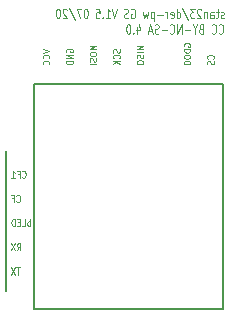
<source format=gbo>
G04 #@! TF.GenerationSoftware,KiCad,Pcbnew,(5.1.4)-1*
G04 #@! TF.CreationDate,2020-07-27T08:05:22+02:00*
G04 #@! TF.ProjectId,HM-ES-PMSw1-Pl_GosundSP1,484d2d45-532d-4504-9d53-77312d506c5f,rev?*
G04 #@! TF.SameCoordinates,Original*
G04 #@! TF.FileFunction,Legend,Bot*
G04 #@! TF.FilePolarity,Positive*
%FSLAX46Y46*%
G04 Gerber Fmt 4.6, Leading zero omitted, Abs format (unit mm)*
G04 Created by KiCad (PCBNEW (5.1.4)-1) date 2020-07-27 08:05:22*
%MOMM*%
%LPD*%
G04 APERTURE LIST*
%ADD10C,0.150000*%
%ADD11C,0.125000*%
G04 APERTURE END LIST*
D10*
X100500080Y-96650080D02*
X100500080Y-108500080D01*
D11*
X118502758Y-86585794D02*
X118531330Y-86623889D01*
X118617044Y-86661984D01*
X118674187Y-86661984D01*
X118759901Y-86623889D01*
X118817044Y-86547699D01*
X118845615Y-86471508D01*
X118874187Y-86319127D01*
X118874187Y-86204841D01*
X118845615Y-86052460D01*
X118817044Y-85976270D01*
X118759901Y-85900080D01*
X118674187Y-85861984D01*
X118617044Y-85861984D01*
X118531330Y-85900080D01*
X118502758Y-85938175D01*
X117902758Y-86585794D02*
X117931330Y-86623889D01*
X118017044Y-86661984D01*
X118074187Y-86661984D01*
X118159901Y-86623889D01*
X118217044Y-86547699D01*
X118245615Y-86471508D01*
X118274187Y-86319127D01*
X118274187Y-86204841D01*
X118245615Y-86052460D01*
X118217044Y-85976270D01*
X118159901Y-85900080D01*
X118074187Y-85861984D01*
X118017044Y-85861984D01*
X117931330Y-85900080D01*
X117902758Y-85938175D01*
X116988472Y-86242937D02*
X116902758Y-86281032D01*
X116874187Y-86319127D01*
X116845615Y-86395318D01*
X116845615Y-86509603D01*
X116874187Y-86585794D01*
X116902758Y-86623889D01*
X116959901Y-86661984D01*
X117188472Y-86661984D01*
X117188472Y-85861984D01*
X116988472Y-85861984D01*
X116931330Y-85900080D01*
X116902758Y-85938175D01*
X116874187Y-86014365D01*
X116874187Y-86090556D01*
X116902758Y-86166746D01*
X116931330Y-86204841D01*
X116988472Y-86242937D01*
X117188472Y-86242937D01*
X116474187Y-86281032D02*
X116474187Y-86661984D01*
X116674187Y-85861984D02*
X116474187Y-86281032D01*
X116274187Y-85861984D01*
X116074187Y-86357222D02*
X115617044Y-86357222D01*
X115331330Y-86661984D02*
X115331330Y-85861984D01*
X114988472Y-86661984D01*
X114988472Y-85861984D01*
X114359901Y-86585794D02*
X114388472Y-86623889D01*
X114474187Y-86661984D01*
X114531330Y-86661984D01*
X114617044Y-86623889D01*
X114674187Y-86547699D01*
X114702758Y-86471508D01*
X114731330Y-86319127D01*
X114731330Y-86204841D01*
X114702758Y-86052460D01*
X114674187Y-85976270D01*
X114617044Y-85900080D01*
X114531330Y-85861984D01*
X114474187Y-85861984D01*
X114388472Y-85900080D01*
X114359901Y-85938175D01*
X114102758Y-86357222D02*
X113645615Y-86357222D01*
X113388472Y-86623889D02*
X113302758Y-86661984D01*
X113159901Y-86661984D01*
X113102758Y-86623889D01*
X113074187Y-86585794D01*
X113045615Y-86509603D01*
X113045615Y-86433413D01*
X113074187Y-86357222D01*
X113102758Y-86319127D01*
X113159901Y-86281032D01*
X113274187Y-86242937D01*
X113331330Y-86204841D01*
X113359901Y-86166746D01*
X113388472Y-86090556D01*
X113388472Y-86014365D01*
X113359901Y-85938175D01*
X113331330Y-85900080D01*
X113274187Y-85861984D01*
X113131330Y-85861984D01*
X113045615Y-85900080D01*
X112817044Y-86433413D02*
X112531330Y-86433413D01*
X112874187Y-86661984D02*
X112674187Y-85861984D01*
X112474187Y-86661984D01*
X111559901Y-86128651D02*
X111559901Y-86661984D01*
X111702758Y-85823889D02*
X111845615Y-86395318D01*
X111474187Y-86395318D01*
X111245615Y-86585794D02*
X111217044Y-86623889D01*
X111245615Y-86661984D01*
X111274187Y-86623889D01*
X111245615Y-86585794D01*
X111245615Y-86661984D01*
X110845615Y-85861984D02*
X110788472Y-85861984D01*
X110731330Y-85900080D01*
X110702758Y-85938175D01*
X110674187Y-86014365D01*
X110645615Y-86166746D01*
X110645615Y-86357222D01*
X110674187Y-86509603D01*
X110702758Y-86585794D01*
X110731330Y-86623889D01*
X110788472Y-86661984D01*
X110845615Y-86661984D01*
X110902758Y-86623889D01*
X110931330Y-86585794D01*
X110959901Y-86509603D01*
X110988472Y-86357222D01*
X110988472Y-86166746D01*
X110959901Y-86014365D01*
X110931330Y-85938175D01*
X110902758Y-85900080D01*
X110845615Y-85861984D01*
X101831330Y-98814365D02*
X101855139Y-98842937D01*
X101926568Y-98871508D01*
X101974187Y-98871508D01*
X102045615Y-98842937D01*
X102093234Y-98785794D01*
X102117044Y-98728651D01*
X102140853Y-98614365D01*
X102140853Y-98528651D01*
X102117044Y-98414365D01*
X102093234Y-98357222D01*
X102045615Y-98300080D01*
X101974187Y-98271508D01*
X101926568Y-98271508D01*
X101855139Y-98300080D01*
X101831330Y-98328651D01*
X101450377Y-98557222D02*
X101617044Y-98557222D01*
X101617044Y-98871508D02*
X101617044Y-98271508D01*
X101378949Y-98271508D01*
X100926568Y-98871508D02*
X101212282Y-98871508D01*
X101069425Y-98871508D02*
X101069425Y-98271508D01*
X101117044Y-98357222D01*
X101164663Y-98414365D01*
X101212282Y-98442937D01*
X101355139Y-100864365D02*
X101378949Y-100892937D01*
X101450377Y-100921508D01*
X101497996Y-100921508D01*
X101569425Y-100892937D01*
X101617044Y-100835794D01*
X101640853Y-100778651D01*
X101664663Y-100664365D01*
X101664663Y-100578651D01*
X101640853Y-100464365D01*
X101617044Y-100407222D01*
X101569425Y-100350080D01*
X101497996Y-100321508D01*
X101450377Y-100321508D01*
X101378949Y-100350080D01*
X101355139Y-100378651D01*
X100974187Y-100607222D02*
X101140853Y-100607222D01*
X101140853Y-100921508D02*
X101140853Y-100321508D01*
X100902758Y-100321508D01*
X102521806Y-102971508D02*
X102521806Y-102371508D01*
X102521806Y-102600080D02*
X102474187Y-102571508D01*
X102378949Y-102571508D01*
X102331330Y-102600080D01*
X102307520Y-102628651D01*
X102283710Y-102685794D01*
X102283710Y-102857222D01*
X102307520Y-102914365D01*
X102331330Y-102942937D01*
X102378949Y-102971508D01*
X102474187Y-102971508D01*
X102521806Y-102942937D01*
X101831330Y-102971508D02*
X102069425Y-102971508D01*
X102069425Y-102371508D01*
X101664663Y-102657222D02*
X101497996Y-102657222D01*
X101426568Y-102971508D02*
X101664663Y-102971508D01*
X101664663Y-102371508D01*
X101426568Y-102371508D01*
X101212282Y-102971508D02*
X101212282Y-102371508D01*
X101093234Y-102371508D01*
X101021806Y-102400080D01*
X100974187Y-102457222D01*
X100950377Y-102514365D01*
X100926568Y-102628651D01*
X100926568Y-102714365D01*
X100950377Y-102828651D01*
X100974187Y-102885794D01*
X101021806Y-102942937D01*
X101093234Y-102971508D01*
X101212282Y-102971508D01*
X101402758Y-105021508D02*
X101569425Y-104735794D01*
X101688472Y-105021508D02*
X101688472Y-104421508D01*
X101497996Y-104421508D01*
X101450377Y-104450080D01*
X101426568Y-104478651D01*
X101402758Y-104535794D01*
X101402758Y-104621508D01*
X101426568Y-104678651D01*
X101450377Y-104707222D01*
X101497996Y-104735794D01*
X101688472Y-104735794D01*
X101236091Y-104421508D02*
X100902758Y-105021508D01*
X100902758Y-104421508D02*
X101236091Y-105021508D01*
X101640853Y-106471508D02*
X101355139Y-106471508D01*
X101497996Y-107071508D02*
X101497996Y-106471508D01*
X101236091Y-106471508D02*
X100902758Y-107071508D01*
X100902758Y-106471508D02*
X101236091Y-107071508D01*
X103567460Y-87987877D02*
X104147460Y-88154544D01*
X103567460Y-88321210D01*
X104092222Y-88773591D02*
X104119841Y-88749782D01*
X104147460Y-88678353D01*
X104147460Y-88630734D01*
X104119841Y-88559306D01*
X104064603Y-88511687D01*
X104009365Y-88487877D01*
X103898889Y-88464068D01*
X103816032Y-88464068D01*
X103705556Y-88487877D01*
X103650318Y-88511687D01*
X103595080Y-88559306D01*
X103567460Y-88630734D01*
X103567460Y-88678353D01*
X103595080Y-88749782D01*
X103622699Y-88773591D01*
X104092222Y-89273591D02*
X104119841Y-89249782D01*
X104147460Y-89178353D01*
X104147460Y-89130734D01*
X104119841Y-89059306D01*
X104064603Y-89011687D01*
X104009365Y-88987877D01*
X103898889Y-88964068D01*
X103816032Y-88964068D01*
X103705556Y-88987877D01*
X103650318Y-89011687D01*
X103595080Y-89059306D01*
X103567460Y-89130734D01*
X103567460Y-89178353D01*
X103595080Y-89249782D01*
X103622699Y-89273591D01*
X105585080Y-88225972D02*
X105557460Y-88178353D01*
X105557460Y-88106925D01*
X105585080Y-88035496D01*
X105640318Y-87987877D01*
X105695556Y-87964068D01*
X105806032Y-87940258D01*
X105888889Y-87940258D01*
X105999365Y-87964068D01*
X106054603Y-87987877D01*
X106109841Y-88035496D01*
X106137460Y-88106925D01*
X106137460Y-88154544D01*
X106109841Y-88225972D01*
X106082222Y-88249782D01*
X105888889Y-88249782D01*
X105888889Y-88154544D01*
X106137460Y-88464068D02*
X105557460Y-88464068D01*
X106137460Y-88749782D01*
X105557460Y-88749782D01*
X106137460Y-88987877D02*
X105557460Y-88987877D01*
X105557460Y-89106925D01*
X105585080Y-89178353D01*
X105640318Y-89225972D01*
X105695556Y-89249782D01*
X105806032Y-89273591D01*
X105888889Y-89273591D01*
X105999365Y-89249782D01*
X106054603Y-89225972D01*
X106109841Y-89178353D01*
X106137460Y-89106925D01*
X106137460Y-88987877D01*
X108127460Y-87678353D02*
X107547460Y-87678353D01*
X107961746Y-87845020D01*
X107547460Y-88011687D01*
X108127460Y-88011687D01*
X107547460Y-88345020D02*
X107547460Y-88440258D01*
X107575080Y-88487877D01*
X107630318Y-88535496D01*
X107740794Y-88559306D01*
X107934127Y-88559306D01*
X108044603Y-88535496D01*
X108099841Y-88487877D01*
X108127460Y-88440258D01*
X108127460Y-88345020D01*
X108099841Y-88297401D01*
X108044603Y-88249782D01*
X107934127Y-88225972D01*
X107740794Y-88225972D01*
X107630318Y-88249782D01*
X107575080Y-88297401D01*
X107547460Y-88345020D01*
X108099841Y-88749782D02*
X108127460Y-88821210D01*
X108127460Y-88940258D01*
X108099841Y-88987877D01*
X108072222Y-89011687D01*
X108016984Y-89035496D01*
X107961746Y-89035496D01*
X107906508Y-89011687D01*
X107878889Y-88987877D01*
X107851270Y-88940258D01*
X107823651Y-88845020D01*
X107796032Y-88797401D01*
X107768413Y-88773591D01*
X107713175Y-88749782D01*
X107657937Y-88749782D01*
X107602699Y-88773591D01*
X107575080Y-88797401D01*
X107547460Y-88845020D01*
X107547460Y-88964068D01*
X107575080Y-89035496D01*
X108127460Y-89249782D02*
X107547460Y-89249782D01*
X110089841Y-87987877D02*
X110117460Y-88059306D01*
X110117460Y-88178353D01*
X110089841Y-88225972D01*
X110062222Y-88249782D01*
X110006984Y-88273591D01*
X109951746Y-88273591D01*
X109896508Y-88249782D01*
X109868889Y-88225972D01*
X109841270Y-88178353D01*
X109813651Y-88083115D01*
X109786032Y-88035496D01*
X109758413Y-88011687D01*
X109703175Y-87987877D01*
X109647937Y-87987877D01*
X109592699Y-88011687D01*
X109565080Y-88035496D01*
X109537460Y-88083115D01*
X109537460Y-88202163D01*
X109565080Y-88273591D01*
X110062222Y-88773591D02*
X110089841Y-88749782D01*
X110117460Y-88678353D01*
X110117460Y-88630734D01*
X110089841Y-88559306D01*
X110034603Y-88511687D01*
X109979365Y-88487877D01*
X109868889Y-88464068D01*
X109786032Y-88464068D01*
X109675556Y-88487877D01*
X109620318Y-88511687D01*
X109565080Y-88559306D01*
X109537460Y-88630734D01*
X109537460Y-88678353D01*
X109565080Y-88749782D01*
X109592699Y-88773591D01*
X110117460Y-88987877D02*
X109537460Y-88987877D01*
X110117460Y-89273591D02*
X109786032Y-89059306D01*
X109537460Y-89273591D02*
X109868889Y-88987877D01*
X112107460Y-87678353D02*
X111527460Y-87678353D01*
X111941746Y-87845020D01*
X111527460Y-88011687D01*
X112107460Y-88011687D01*
X112107460Y-88249782D02*
X111527460Y-88249782D01*
X112079841Y-88464068D02*
X112107460Y-88535496D01*
X112107460Y-88654544D01*
X112079841Y-88702163D01*
X112052222Y-88725972D01*
X111996984Y-88749782D01*
X111941746Y-88749782D01*
X111886508Y-88725972D01*
X111858889Y-88702163D01*
X111831270Y-88654544D01*
X111803651Y-88559306D01*
X111776032Y-88511687D01*
X111748413Y-88487877D01*
X111693175Y-88464068D01*
X111637937Y-88464068D01*
X111582699Y-88487877D01*
X111555080Y-88511687D01*
X111527460Y-88559306D01*
X111527460Y-88678353D01*
X111555080Y-88749782D01*
X111527460Y-89059306D02*
X111527460Y-89154544D01*
X111555080Y-89202163D01*
X111610318Y-89249782D01*
X111720794Y-89273591D01*
X111914127Y-89273591D01*
X112024603Y-89249782D01*
X112079841Y-89202163D01*
X112107460Y-89154544D01*
X112107460Y-89059306D01*
X112079841Y-89011687D01*
X112024603Y-88964068D01*
X111914127Y-88940258D01*
X111720794Y-88940258D01*
X111610318Y-88964068D01*
X111555080Y-89011687D01*
X111527460Y-89059306D01*
X115535080Y-87749782D02*
X115507460Y-87702163D01*
X115507460Y-87630734D01*
X115535080Y-87559306D01*
X115590318Y-87511687D01*
X115645556Y-87487877D01*
X115756032Y-87464068D01*
X115838889Y-87464068D01*
X115949365Y-87487877D01*
X116004603Y-87511687D01*
X116059841Y-87559306D01*
X116087460Y-87630734D01*
X116087460Y-87678353D01*
X116059841Y-87749782D01*
X116032222Y-87773591D01*
X115838889Y-87773591D01*
X115838889Y-87678353D01*
X116087460Y-87987877D02*
X115507460Y-87987877D01*
X115507460Y-88106925D01*
X115535080Y-88178353D01*
X115590318Y-88225972D01*
X115645556Y-88249782D01*
X115756032Y-88273591D01*
X115838889Y-88273591D01*
X115949365Y-88249782D01*
X116004603Y-88225972D01*
X116059841Y-88178353D01*
X116087460Y-88106925D01*
X116087460Y-87987877D01*
X115507460Y-88583115D02*
X115507460Y-88678353D01*
X115535080Y-88725972D01*
X115590318Y-88773591D01*
X115700794Y-88797401D01*
X115894127Y-88797401D01*
X116004603Y-88773591D01*
X116059841Y-88725972D01*
X116087460Y-88678353D01*
X116087460Y-88583115D01*
X116059841Y-88535496D01*
X116004603Y-88487877D01*
X115894127Y-88464068D01*
X115700794Y-88464068D01*
X115590318Y-88487877D01*
X115535080Y-88535496D01*
X115507460Y-88583115D01*
X115507460Y-89106925D02*
X115507460Y-89154544D01*
X115535080Y-89202163D01*
X115562699Y-89225972D01*
X115617937Y-89249782D01*
X115728413Y-89273591D01*
X115866508Y-89273591D01*
X115976984Y-89249782D01*
X116032222Y-89225972D01*
X116059841Y-89202163D01*
X116087460Y-89154544D01*
X116087460Y-89106925D01*
X116059841Y-89059306D01*
X116032222Y-89035496D01*
X115976984Y-89011687D01*
X115866508Y-88987877D01*
X115728413Y-88987877D01*
X115617937Y-89011687D01*
X115562699Y-89035496D01*
X115535080Y-89059306D01*
X115507460Y-89106925D01*
X118022222Y-88797401D02*
X118049841Y-88773591D01*
X118077460Y-88702163D01*
X118077460Y-88654544D01*
X118049841Y-88583115D01*
X117994603Y-88535496D01*
X117939365Y-88511687D01*
X117828889Y-88487877D01*
X117746032Y-88487877D01*
X117635556Y-88511687D01*
X117580318Y-88535496D01*
X117525080Y-88583115D01*
X117497460Y-88654544D01*
X117497460Y-88702163D01*
X117525080Y-88773591D01*
X117552699Y-88797401D01*
X118049841Y-88987877D02*
X118077460Y-89059306D01*
X118077460Y-89178353D01*
X118049841Y-89225972D01*
X118022222Y-89249782D01*
X117966984Y-89273591D01*
X117911746Y-89273591D01*
X117856508Y-89249782D01*
X117828889Y-89225972D01*
X117801270Y-89178353D01*
X117773651Y-89083115D01*
X117746032Y-89035496D01*
X117718413Y-89011687D01*
X117663175Y-88987877D01*
X117607937Y-88987877D01*
X117552699Y-89011687D01*
X117525080Y-89035496D01*
X117497460Y-89083115D01*
X117497460Y-89202163D01*
X117525080Y-89273591D01*
X118895615Y-85323889D02*
X118838472Y-85361984D01*
X118724187Y-85361984D01*
X118667044Y-85323889D01*
X118638472Y-85247699D01*
X118638472Y-85209603D01*
X118667044Y-85133413D01*
X118724187Y-85095318D01*
X118809901Y-85095318D01*
X118867044Y-85057222D01*
X118895615Y-84981032D01*
X118895615Y-84942937D01*
X118867044Y-84866746D01*
X118809901Y-84828651D01*
X118724187Y-84828651D01*
X118667044Y-84866746D01*
X118467044Y-84828651D02*
X118238472Y-84828651D01*
X118381330Y-84561984D02*
X118381330Y-85247699D01*
X118352758Y-85323889D01*
X118295615Y-85361984D01*
X118238472Y-85361984D01*
X117781330Y-85361984D02*
X117781330Y-84942937D01*
X117809901Y-84866746D01*
X117867044Y-84828651D01*
X117981330Y-84828651D01*
X118038472Y-84866746D01*
X117781330Y-85323889D02*
X117838472Y-85361984D01*
X117981330Y-85361984D01*
X118038472Y-85323889D01*
X118067044Y-85247699D01*
X118067044Y-85171508D01*
X118038472Y-85095318D01*
X117981330Y-85057222D01*
X117838472Y-85057222D01*
X117781330Y-85019127D01*
X117495615Y-84828651D02*
X117495615Y-85361984D01*
X117495615Y-84904841D02*
X117467044Y-84866746D01*
X117409901Y-84828651D01*
X117324187Y-84828651D01*
X117267044Y-84866746D01*
X117238472Y-84942937D01*
X117238472Y-85361984D01*
X116981330Y-84638175D02*
X116952758Y-84600080D01*
X116895615Y-84561984D01*
X116752758Y-84561984D01*
X116695615Y-84600080D01*
X116667044Y-84638175D01*
X116638472Y-84714365D01*
X116638472Y-84790556D01*
X116667044Y-84904841D01*
X117009901Y-85361984D01*
X116638472Y-85361984D01*
X116438472Y-84561984D02*
X116067044Y-84561984D01*
X116267044Y-84866746D01*
X116181330Y-84866746D01*
X116124187Y-84904841D01*
X116095615Y-84942937D01*
X116067044Y-85019127D01*
X116067044Y-85209603D01*
X116095615Y-85285794D01*
X116124187Y-85323889D01*
X116181330Y-85361984D01*
X116352758Y-85361984D01*
X116409901Y-85323889D01*
X116438472Y-85285794D01*
X115381330Y-84523889D02*
X115895615Y-85552460D01*
X114924187Y-85361984D02*
X114924187Y-84561984D01*
X114924187Y-85323889D02*
X114981330Y-85361984D01*
X115095615Y-85361984D01*
X115152758Y-85323889D01*
X115181330Y-85285794D01*
X115209901Y-85209603D01*
X115209901Y-84981032D01*
X115181330Y-84904841D01*
X115152758Y-84866746D01*
X115095615Y-84828651D01*
X114981330Y-84828651D01*
X114924187Y-84866746D01*
X114409901Y-85323889D02*
X114467044Y-85361984D01*
X114581330Y-85361984D01*
X114638472Y-85323889D01*
X114667044Y-85247699D01*
X114667044Y-84942937D01*
X114638472Y-84866746D01*
X114581330Y-84828651D01*
X114467044Y-84828651D01*
X114409901Y-84866746D01*
X114381330Y-84942937D01*
X114381330Y-85019127D01*
X114667044Y-85095318D01*
X114124187Y-85361984D02*
X114124187Y-84828651D01*
X114124187Y-84981032D02*
X114095615Y-84904841D01*
X114067044Y-84866746D01*
X114009901Y-84828651D01*
X113952758Y-84828651D01*
X113752758Y-85057222D02*
X113295615Y-85057222D01*
X113009901Y-84828651D02*
X113009901Y-85628651D01*
X113009901Y-84866746D02*
X112952758Y-84828651D01*
X112838472Y-84828651D01*
X112781330Y-84866746D01*
X112752758Y-84904841D01*
X112724187Y-84981032D01*
X112724187Y-85209603D01*
X112752758Y-85285794D01*
X112781330Y-85323889D01*
X112838472Y-85361984D01*
X112952758Y-85361984D01*
X113009901Y-85323889D01*
X112524187Y-84828651D02*
X112409901Y-85361984D01*
X112295615Y-84981032D01*
X112181330Y-85361984D01*
X112067044Y-84828651D01*
X111067044Y-84600080D02*
X111124187Y-84561984D01*
X111209901Y-84561984D01*
X111295615Y-84600080D01*
X111352758Y-84676270D01*
X111381330Y-84752460D01*
X111409901Y-84904841D01*
X111409901Y-85019127D01*
X111381330Y-85171508D01*
X111352758Y-85247699D01*
X111295615Y-85323889D01*
X111209901Y-85361984D01*
X111152758Y-85361984D01*
X111067044Y-85323889D01*
X111038472Y-85285794D01*
X111038472Y-85019127D01*
X111152758Y-85019127D01*
X110809901Y-85323889D02*
X110724187Y-85361984D01*
X110581330Y-85361984D01*
X110524187Y-85323889D01*
X110495615Y-85285794D01*
X110467044Y-85209603D01*
X110467044Y-85133413D01*
X110495615Y-85057222D01*
X110524187Y-85019127D01*
X110581330Y-84981032D01*
X110695615Y-84942937D01*
X110752758Y-84904841D01*
X110781330Y-84866746D01*
X110809901Y-84790556D01*
X110809901Y-84714365D01*
X110781330Y-84638175D01*
X110752758Y-84600080D01*
X110695615Y-84561984D01*
X110552758Y-84561984D01*
X110467044Y-84600080D01*
X109838472Y-84561984D02*
X109638472Y-85361984D01*
X109438472Y-84561984D01*
X108924187Y-85361984D02*
X109267044Y-85361984D01*
X109095615Y-85361984D02*
X109095615Y-84561984D01*
X109152758Y-84676270D01*
X109209901Y-84752460D01*
X109267044Y-84790556D01*
X108667044Y-85285794D02*
X108638472Y-85323889D01*
X108667044Y-85361984D01*
X108695615Y-85323889D01*
X108667044Y-85285794D01*
X108667044Y-85361984D01*
X108095615Y-84561984D02*
X108381330Y-84561984D01*
X108409901Y-84942937D01*
X108381330Y-84904841D01*
X108324187Y-84866746D01*
X108181330Y-84866746D01*
X108124187Y-84904841D01*
X108095615Y-84942937D01*
X108067044Y-85019127D01*
X108067044Y-85209603D01*
X108095615Y-85285794D01*
X108124187Y-85323889D01*
X108181330Y-85361984D01*
X108324187Y-85361984D01*
X108381330Y-85323889D01*
X108409901Y-85285794D01*
X107238472Y-84561984D02*
X107181330Y-84561984D01*
X107124187Y-84600080D01*
X107095615Y-84638175D01*
X107067044Y-84714365D01*
X107038472Y-84866746D01*
X107038472Y-85057222D01*
X107067044Y-85209603D01*
X107095615Y-85285794D01*
X107124187Y-85323889D01*
X107181330Y-85361984D01*
X107238472Y-85361984D01*
X107295615Y-85323889D01*
X107324187Y-85285794D01*
X107352758Y-85209603D01*
X107381330Y-85057222D01*
X107381330Y-84866746D01*
X107352758Y-84714365D01*
X107324187Y-84638175D01*
X107295615Y-84600080D01*
X107238472Y-84561984D01*
X106838472Y-84561984D02*
X106438472Y-84561984D01*
X106695615Y-85361984D01*
X105781330Y-84523889D02*
X106295615Y-85552460D01*
X105609901Y-84638175D02*
X105581330Y-84600080D01*
X105524187Y-84561984D01*
X105381330Y-84561984D01*
X105324187Y-84600080D01*
X105295615Y-84638175D01*
X105267044Y-84714365D01*
X105267044Y-84790556D01*
X105295615Y-84904841D01*
X105638472Y-85361984D01*
X105267044Y-85361984D01*
X104895615Y-84561984D02*
X104838472Y-84561984D01*
X104781330Y-84600080D01*
X104752758Y-84638175D01*
X104724187Y-84714365D01*
X104695615Y-84866746D01*
X104695615Y-85057222D01*
X104724187Y-85209603D01*
X104752758Y-85285794D01*
X104781330Y-85323889D01*
X104838472Y-85361984D01*
X104895615Y-85361984D01*
X104952758Y-85323889D01*
X104981330Y-85285794D01*
X105009901Y-85209603D01*
X105038472Y-85057222D01*
X105038472Y-84866746D01*
X105009901Y-84714365D01*
X104981330Y-84638175D01*
X104952758Y-84600080D01*
X104895615Y-84561984D01*
D10*
X102800080Y-109950080D02*
X102800080Y-90950080D01*
X118800080Y-109950080D02*
X102800080Y-109950080D01*
X118800080Y-90950080D02*
X118800080Y-109950080D01*
X102800080Y-90950080D02*
X118800080Y-90950080D01*
M02*

</source>
